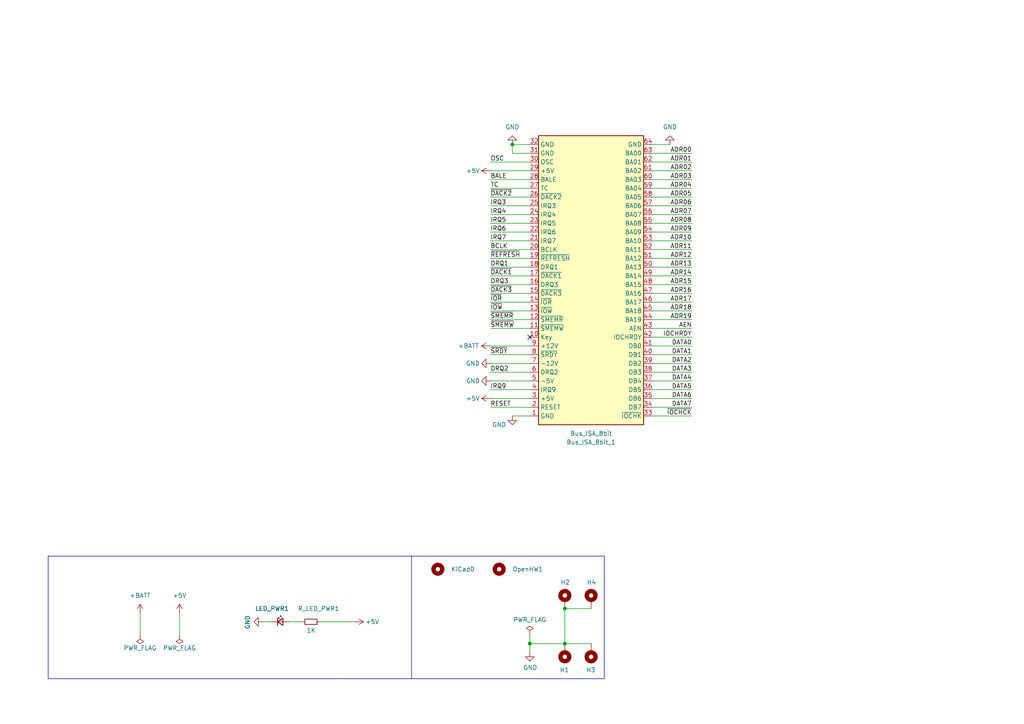
<source format=kicad_sch>
(kicad_sch (version 20230121) (generator eeschema)

  (uuid b26d10c1-0874-459a-80a4-e525262e670c)

  (paper "A4")

  (lib_symbols
    (symbol "Conn_ISA_8bits:Bus_ISA_8bit" (in_bom yes) (on_board yes)
      (property "Reference" "J" (at 0 42.545 0)
        (effects (font (size 1.27 1.27)))
      )
      (property "Value" "Bus_ISA_8bit" (at -1.27 -46.99 0)
        (effects (font (size 1.27 1.27)))
      )
      (property "Footprint" "Conn_ISA_8bits:PinSocket_2x32_P2.54mm_Vertical_TopBottom" (at 1.27 48.26 0)
        (effects (font (size 1.27 1.27)) hide)
      )
      (property "Datasheet" "https://en.wikipedia.org/wiki/Industry_Standard_Architecture" (at 0 52.07 0)
        (effects (font (size 1.27 1.27)) hide)
      )
      (property "ki_keywords" "ISA" (at 0 0 0)
        (effects (font (size 1.27 1.27)) hide)
      )
      (property "ki_description" "8-bit ISA-PC bus connector" (at 0 0 0)
        (effects (font (size 1.27 1.27)) hide)
      )
      (symbol "Bus_ISA_8bit_0_1"
        (rectangle (start -15.24 40.64) (end 15.24 -43.18)
          (stroke (width 0.254) (type default))
          (fill (type background))
        )
      )
      (symbol "Bus_ISA_8bit_1_1"
        (pin power_in line (at -17.78 38.1 0) (length 2.54)
          (name "GND" (effects (font (size 1.27 1.27))))
          (number "1" (effects (font (size 1.27 1.27))))
        )
        (pin no_connect line (at -17.78 15.24 0) (length 2.54)
          (name "Key" (effects (font (size 1.27 1.27))))
          (number "10" (effects (font (size 1.27 1.27))))
        )
        (pin output line (at -17.78 12.7 0) (length 2.54)
          (name "~{SMEMW}" (effects (font (size 1.27 1.27))))
          (number "11" (effects (font (size 1.27 1.27))))
        )
        (pin output line (at -17.78 10.16 0) (length 2.54)
          (name "~{SMEMR}" (effects (font (size 1.27 1.27))))
          (number "12" (effects (font (size 1.27 1.27))))
        )
        (pin output line (at -17.78 7.62 0) (length 2.54)
          (name "~{IOW}" (effects (font (size 1.27 1.27))))
          (number "13" (effects (font (size 1.27 1.27))))
        )
        (pin output line (at -17.78 5.08 0) (length 2.54)
          (name "~{IOR}" (effects (font (size 1.27 1.27))))
          (number "14" (effects (font (size 1.27 1.27))))
        )
        (pin passive line (at -17.78 2.54 0) (length 2.54)
          (name "~{DACK3}" (effects (font (size 1.27 1.27))))
          (number "15" (effects (font (size 1.27 1.27))))
        )
        (pin passive line (at -17.78 0 0) (length 2.54)
          (name "DRQ3" (effects (font (size 1.27 1.27))))
          (number "16" (effects (font (size 1.27 1.27))))
        )
        (pin passive line (at -17.78 -2.54 0) (length 2.54)
          (name "~{DACK1}" (effects (font (size 1.27 1.27))))
          (number "17" (effects (font (size 1.27 1.27))))
        )
        (pin passive line (at -17.78 -5.08 0) (length 2.54)
          (name "DRQ1" (effects (font (size 1.27 1.27))))
          (number "18" (effects (font (size 1.27 1.27))))
        )
        (pin passive line (at -17.78 -7.62 0) (length 2.54)
          (name "~{REFRESH}" (effects (font (size 1.27 1.27))))
          (number "19" (effects (font (size 1.27 1.27))))
        )
        (pin output line (at -17.78 35.56 0) (length 2.54)
          (name "RESET" (effects (font (size 1.27 1.27))))
          (number "2" (effects (font (size 1.27 1.27))))
        )
        (pin output line (at -17.78 -10.16 0) (length 2.54)
          (name "BCLK" (effects (font (size 1.27 1.27))))
          (number "20" (effects (font (size 1.27 1.27))))
        )
        (pin passive line (at -17.78 -12.7 0) (length 2.54)
          (name "IRQ7" (effects (font (size 1.27 1.27))))
          (number "21" (effects (font (size 1.27 1.27))))
        )
        (pin passive line (at -17.78 -15.24 0) (length 2.54)
          (name "IRQ6" (effects (font (size 1.27 1.27))))
          (number "22" (effects (font (size 1.27 1.27))))
        )
        (pin passive line (at -17.78 -17.78 0) (length 2.54)
          (name "IRQ5" (effects (font (size 1.27 1.27))))
          (number "23" (effects (font (size 1.27 1.27))))
        )
        (pin passive line (at -17.78 -20.32 0) (length 2.54)
          (name "IRQ4" (effects (font (size 1.27 1.27))))
          (number "24" (effects (font (size 1.27 1.27))))
        )
        (pin passive line (at -17.78 -22.86 0) (length 2.54)
          (name "IRQ3" (effects (font (size 1.27 1.27))))
          (number "25" (effects (font (size 1.27 1.27))))
        )
        (pin passive line (at -17.78 -25.4 0) (length 2.54)
          (name "~{DACK2}" (effects (font (size 1.27 1.27))))
          (number "26" (effects (font (size 1.27 1.27))))
        )
        (pin passive line (at -17.78 -27.94 0) (length 2.54)
          (name "TC" (effects (font (size 1.27 1.27))))
          (number "27" (effects (font (size 1.27 1.27))))
        )
        (pin output line (at -17.78 -30.48 0) (length 2.54)
          (name "BALE" (effects (font (size 1.27 1.27))))
          (number "28" (effects (font (size 1.27 1.27))))
        )
        (pin power_in line (at -17.78 -33.02 0) (length 2.54)
          (name "+5V" (effects (font (size 1.27 1.27))))
          (number "29" (effects (font (size 1.27 1.27))))
        )
        (pin power_in line (at -17.78 33.02 0) (length 2.54)
          (name "+5V" (effects (font (size 1.27 1.27))))
          (number "3" (effects (font (size 1.27 1.27))))
        )
        (pin output line (at -17.78 -35.56 0) (length 2.54)
          (name "OSC" (effects (font (size 1.27 1.27))))
          (number "30" (effects (font (size 1.27 1.27))))
        )
        (pin power_in line (at -17.78 -38.1 0) (length 2.54)
          (name "GND" (effects (font (size 1.27 1.27))))
          (number "31" (effects (font (size 1.27 1.27))))
        )
        (pin power_in line (at -17.78 -40.64 0) (length 2.54)
          (name "GND" (effects (font (size 1.27 1.27))))
          (number "32" (effects (font (size 1.27 1.27))))
        )
        (pin passive line (at 17.78 38.1 180) (length 2.54)
          (name "~{IOCHK}" (effects (font (size 1.27 1.27))))
          (number "33" (effects (font (size 1.27 1.27))))
        )
        (pin tri_state line (at 17.78 35.56 180) (length 2.54)
          (name "DB7" (effects (font (size 1.27 1.27))))
          (number "34" (effects (font (size 1.27 1.27))))
        )
        (pin tri_state line (at 17.78 33.02 180) (length 2.54)
          (name "DB6" (effects (font (size 1.27 1.27))))
          (number "35" (effects (font (size 1.27 1.27))))
        )
        (pin tri_state line (at 17.78 30.48 180) (length 2.54)
          (name "DB5" (effects (font (size 1.27 1.27))))
          (number "36" (effects (font (size 1.27 1.27))))
        )
        (pin tri_state line (at 17.78 27.94 180) (length 2.54)
          (name "DB4" (effects (font (size 1.27 1.27))))
          (number "37" (effects (font (size 1.27 1.27))))
        )
        (pin tri_state line (at 17.78 25.4 180) (length 2.54)
          (name "DB3" (effects (font (size 1.27 1.27))))
          (number "38" (effects (font (size 1.27 1.27))))
        )
        (pin tri_state line (at 17.78 22.86 180) (length 2.54)
          (name "DB2" (effects (font (size 1.27 1.27))))
          (number "39" (effects (font (size 1.27 1.27))))
        )
        (pin passive line (at -17.78 30.48 0) (length 2.54)
          (name "IRQ9" (effects (font (size 1.27 1.27))))
          (number "4" (effects (font (size 1.27 1.27))))
        )
        (pin tri_state line (at 17.78 20.32 180) (length 2.54)
          (name "DB1" (effects (font (size 1.27 1.27))))
          (number "40" (effects (font (size 1.27 1.27))))
        )
        (pin tri_state line (at 17.78 17.78 180) (length 2.54)
          (name "DB0" (effects (font (size 1.27 1.27))))
          (number "41" (effects (font (size 1.27 1.27))))
        )
        (pin passive line (at 17.78 15.24 180) (length 2.54)
          (name "IOCHRDY" (effects (font (size 1.27 1.27))))
          (number "42" (effects (font (size 1.27 1.27))))
        )
        (pin output line (at 17.78 12.7 180) (length 2.54)
          (name "AEN" (effects (font (size 1.27 1.27))))
          (number "43" (effects (font (size 1.27 1.27))))
        )
        (pin tri_state line (at 17.78 10.16 180) (length 2.54)
          (name "BA19" (effects (font (size 1.27 1.27))))
          (number "44" (effects (font (size 1.27 1.27))))
        )
        (pin tri_state line (at 17.78 7.62 180) (length 2.54)
          (name "BA18" (effects (font (size 1.27 1.27))))
          (number "45" (effects (font (size 1.27 1.27))))
        )
        (pin tri_state line (at 17.78 5.08 180) (length 2.54)
          (name "BA17" (effects (font (size 1.27 1.27))))
          (number "46" (effects (font (size 1.27 1.27))))
        )
        (pin tri_state line (at 17.78 2.54 180) (length 2.54)
          (name "BA16" (effects (font (size 1.27 1.27))))
          (number "47" (effects (font (size 1.27 1.27))))
        )
        (pin tri_state line (at 17.78 0 180) (length 2.54)
          (name "BA15" (effects (font (size 1.27 1.27))))
          (number "48" (effects (font (size 1.27 1.27))))
        )
        (pin tri_state line (at 17.78 -2.54 180) (length 2.54)
          (name "BA14" (effects (font (size 1.27 1.27))))
          (number "49" (effects (font (size 1.27 1.27))))
        )
        (pin power_in line (at -17.78 27.94 0) (length 2.54)
          (name "-5V" (effects (font (size 1.27 1.27))))
          (number "5" (effects (font (size 1.27 1.27))))
        )
        (pin tri_state line (at 17.78 -5.08 180) (length 2.54)
          (name "BA13" (effects (font (size 1.27 1.27))))
          (number "50" (effects (font (size 1.27 1.27))))
        )
        (pin tri_state line (at 17.78 -7.62 180) (length 2.54)
          (name "BA12" (effects (font (size 1.27 1.27))))
          (number "51" (effects (font (size 1.27 1.27))))
        )
        (pin tri_state line (at 17.78 -10.16 180) (length 2.54)
          (name "BA11" (effects (font (size 1.27 1.27))))
          (number "52" (effects (font (size 1.27 1.27))))
        )
        (pin tri_state line (at 17.78 -12.7 180) (length 2.54)
          (name "BA10" (effects (font (size 1.27 1.27))))
          (number "53" (effects (font (size 1.27 1.27))))
        )
        (pin tri_state line (at 17.78 -15.24 180) (length 2.54)
          (name "BA09" (effects (font (size 1.27 1.27))))
          (number "54" (effects (font (size 1.27 1.27))))
        )
        (pin tri_state line (at 17.78 -17.78 180) (length 2.54)
          (name "BA08" (effects (font (size 1.27 1.27))))
          (number "55" (effects (font (size 1.27 1.27))))
        )
        (pin tri_state line (at 17.78 -20.32 180) (length 2.54)
          (name "BA07" (effects (font (size 1.27 1.27))))
          (number "56" (effects (font (size 1.27 1.27))))
        )
        (pin tri_state line (at 17.78 -22.86 180) (length 2.54)
          (name "BA06" (effects (font (size 1.27 1.27))))
          (number "57" (effects (font (size 1.27 1.27))))
        )
        (pin tri_state line (at 17.78 -25.4 180) (length 2.54)
          (name "BA05" (effects (font (size 1.27 1.27))))
          (number "58" (effects (font (size 1.27 1.27))))
        )
        (pin tri_state line (at 17.78 -27.94 180) (length 2.54)
          (name "BA04" (effects (font (size 1.27 1.27))))
          (number "59" (effects (font (size 1.27 1.27))))
        )
        (pin passive line (at -17.78 25.4 0) (length 2.54)
          (name "DRQ2" (effects (font (size 1.27 1.27))))
          (number "6" (effects (font (size 1.27 1.27))))
        )
        (pin tri_state line (at 17.78 -30.48 180) (length 2.54)
          (name "BA03" (effects (font (size 1.27 1.27))))
          (number "60" (effects (font (size 1.27 1.27))))
        )
        (pin tri_state line (at 17.78 -33.02 180) (length 2.54)
          (name "BA02" (effects (font (size 1.27 1.27))))
          (number "61" (effects (font (size 1.27 1.27))))
        )
        (pin tri_state line (at 17.78 -35.56 180) (length 2.54)
          (name "BA01" (effects (font (size 1.27 1.27))))
          (number "62" (effects (font (size 1.27 1.27))))
        )
        (pin tri_state line (at 17.78 -38.1 180) (length 2.54)
          (name "BA00" (effects (font (size 1.27 1.27))))
          (number "63" (effects (font (size 1.27 1.27))))
        )
        (pin power_in line (at 17.78 -40.64 180) (length 2.54)
          (name "GND" (effects (font (size 1.27 1.27))))
          (number "64" (effects (font (size 1.27 1.27))))
        )
        (pin power_in line (at -17.78 22.86 0) (length 2.54)
          (name "-12V" (effects (font (size 1.27 1.27))))
          (number "7" (effects (font (size 1.27 1.27))))
        )
        (pin passive line (at -17.78 20.32 0) (length 2.54)
          (name "~{SRDY}" (effects (font (size 1.27 1.27))))
          (number "8" (effects (font (size 1.27 1.27))))
        )
        (pin power_in line (at -17.78 17.78 0) (length 2.54)
          (name "+12V" (effects (font (size 1.27 1.27))))
          (number "9" (effects (font (size 1.27 1.27))))
        )
      )
    )
    (symbol "Device:LED_Small" (pin_numbers hide) (pin_names (offset 0.254) hide) (in_bom yes) (on_board yes)
      (property "Reference" "D" (at -1.27 3.175 0)
        (effects (font (size 1.27 1.27)) (justify left))
      )
      (property "Value" "LED_Small" (at -4.445 -2.54 0)
        (effects (font (size 1.27 1.27)) (justify left))
      )
      (property "Footprint" "" (at 0 0 90)
        (effects (font (size 1.27 1.27)) hide)
      )
      (property "Datasheet" "~" (at 0 0 90)
        (effects (font (size 1.27 1.27)) hide)
      )
      (property "ki_keywords" "LED diode light-emitting-diode" (at 0 0 0)
        (effects (font (size 1.27 1.27)) hide)
      )
      (property "ki_description" "Light emitting diode, small symbol" (at 0 0 0)
        (effects (font (size 1.27 1.27)) hide)
      )
      (property "ki_fp_filters" "LED* LED_SMD:* LED_THT:*" (at 0 0 0)
        (effects (font (size 1.27 1.27)) hide)
      )
      (symbol "LED_Small_0_1"
        (polyline
          (pts
            (xy -0.762 -1.016)
            (xy -0.762 1.016)
          )
          (stroke (width 0.254) (type default))
          (fill (type none))
        )
        (polyline
          (pts
            (xy 1.016 0)
            (xy -0.762 0)
          )
          (stroke (width 0) (type default))
          (fill (type none))
        )
        (polyline
          (pts
            (xy 0.762 -1.016)
            (xy -0.762 0)
            (xy 0.762 1.016)
            (xy 0.762 -1.016)
          )
          (stroke (width 0.254) (type default))
          (fill (type none))
        )
        (polyline
          (pts
            (xy 0 0.762)
            (xy -0.508 1.27)
            (xy -0.254 1.27)
            (xy -0.508 1.27)
            (xy -0.508 1.016)
          )
          (stroke (width 0) (type default))
          (fill (type none))
        )
        (polyline
          (pts
            (xy 0.508 1.27)
            (xy 0 1.778)
            (xy 0.254 1.778)
            (xy 0 1.778)
            (xy 0 1.524)
          )
          (stroke (width 0) (type default))
          (fill (type none))
        )
      )
      (symbol "LED_Small_1_1"
        (pin passive line (at -2.54 0 0) (length 1.778)
          (name "K" (effects (font (size 1.27 1.27))))
          (number "1" (effects (font (size 1.27 1.27))))
        )
        (pin passive line (at 2.54 0 180) (length 1.778)
          (name "A" (effects (font (size 1.27 1.27))))
          (number "2" (effects (font (size 1.27 1.27))))
        )
      )
    )
    (symbol "Device:R_Small" (pin_numbers hide) (pin_names (offset 0.254) hide) (in_bom yes) (on_board yes)
      (property "Reference" "R" (at 0.762 0.508 0)
        (effects (font (size 1.27 1.27)) (justify left))
      )
      (property "Value" "R_Small" (at 0.762 -1.016 0)
        (effects (font (size 1.27 1.27)) (justify left))
      )
      (property "Footprint" "" (at 0 0 0)
        (effects (font (size 1.27 1.27)) hide)
      )
      (property "Datasheet" "~" (at 0 0 0)
        (effects (font (size 1.27 1.27)) hide)
      )
      (property "ki_keywords" "R resistor" (at 0 0 0)
        (effects (font (size 1.27 1.27)) hide)
      )
      (property "ki_description" "Resistor, small symbol" (at 0 0 0)
        (effects (font (size 1.27 1.27)) hide)
      )
      (property "ki_fp_filters" "R_*" (at 0 0 0)
        (effects (font (size 1.27 1.27)) hide)
      )
      (symbol "R_Small_0_1"
        (rectangle (start -0.762 1.778) (end 0.762 -1.778)
          (stroke (width 0.2032) (type default))
          (fill (type none))
        )
      )
      (symbol "R_Small_1_1"
        (pin passive line (at 0 2.54 270) (length 0.762)
          (name "~" (effects (font (size 1.27 1.27))))
          (number "1" (effects (font (size 1.27 1.27))))
        )
        (pin passive line (at 0 -2.54 90) (length 0.762)
          (name "~" (effects (font (size 1.27 1.27))))
          (number "2" (effects (font (size 1.27 1.27))))
        )
      )
    )
    (symbol "Mechanical:MountingHole" (pin_names (offset 1.016)) (in_bom yes) (on_board yes)
      (property "Reference" "H" (at 0 5.08 0)
        (effects (font (size 1.27 1.27)))
      )
      (property "Value" "MountingHole" (at 0 3.175 0)
        (effects (font (size 1.27 1.27)))
      )
      (property "Footprint" "" (at 0 0 0)
        (effects (font (size 1.27 1.27)) hide)
      )
      (property "Datasheet" "~" (at 0 0 0)
        (effects (font (size 1.27 1.27)) hide)
      )
      (property "ki_keywords" "mounting hole" (at 0 0 0)
        (effects (font (size 1.27 1.27)) hide)
      )
      (property "ki_description" "Mounting Hole without connection" (at 0 0 0)
        (effects (font (size 1.27 1.27)) hide)
      )
      (property "ki_fp_filters" "MountingHole*" (at 0 0 0)
        (effects (font (size 1.27 1.27)) hide)
      )
      (symbol "MountingHole_0_1"
        (circle (center 0 0) (radius 1.27)
          (stroke (width 1.27) (type default))
          (fill (type none))
        )
      )
    )
    (symbol "Mechanical:MountingHole_Pad" (pin_numbers hide) (pin_names (offset 1.016) hide) (in_bom yes) (on_board yes)
      (property "Reference" "H" (at 0 6.35 0)
        (effects (font (size 1.27 1.27)))
      )
      (property "Value" "MountingHole_Pad" (at 0 4.445 0)
        (effects (font (size 1.27 1.27)))
      )
      (property "Footprint" "" (at 0 0 0)
        (effects (font (size 1.27 1.27)) hide)
      )
      (property "Datasheet" "~" (at 0 0 0)
        (effects (font (size 1.27 1.27)) hide)
      )
      (property "ki_keywords" "mounting hole" (at 0 0 0)
        (effects (font (size 1.27 1.27)) hide)
      )
      (property "ki_description" "Mounting Hole with connection" (at 0 0 0)
        (effects (font (size 1.27 1.27)) hide)
      )
      (property "ki_fp_filters" "MountingHole*Pad*" (at 0 0 0)
        (effects (font (size 1.27 1.27)) hide)
      )
      (symbol "MountingHole_Pad_0_1"
        (circle (center 0 1.27) (radius 1.27)
          (stroke (width 1.27) (type default))
          (fill (type none))
        )
      )
      (symbol "MountingHole_Pad_1_1"
        (pin input line (at 0 -2.54 90) (length 2.54)
          (name "1" (effects (font (size 1.27 1.27))))
          (number "1" (effects (font (size 1.27 1.27))))
        )
      )
    )
    (symbol "power:+5V" (power) (pin_names (offset 0)) (in_bom yes) (on_board yes)
      (property "Reference" "#PWR" (at 0 -3.81 0)
        (effects (font (size 1.27 1.27)) hide)
      )
      (property "Value" "+5V" (at 0 3.556 0)
        (effects (font (size 1.27 1.27)))
      )
      (property "Footprint" "" (at 0 0 0)
        (effects (font (size 1.27 1.27)) hide)
      )
      (property "Datasheet" "" (at 0 0 0)
        (effects (font (size 1.27 1.27)) hide)
      )
      (property "ki_keywords" "global power" (at 0 0 0)
        (effects (font (size 1.27 1.27)) hide)
      )
      (property "ki_description" "Power symbol creates a global label with name \"+5V\"" (at 0 0 0)
        (effects (font (size 1.27 1.27)) hide)
      )
      (symbol "+5V_0_1"
        (polyline
          (pts
            (xy -0.762 1.27)
            (xy 0 2.54)
          )
          (stroke (width 0) (type default))
          (fill (type none))
        )
        (polyline
          (pts
            (xy 0 0)
            (xy 0 2.54)
          )
          (stroke (width 0) (type default))
          (fill (type none))
        )
        (polyline
          (pts
            (xy 0 2.54)
            (xy 0.762 1.27)
          )
          (stroke (width 0) (type default))
          (fill (type none))
        )
      )
      (symbol "+5V_1_1"
        (pin power_in line (at 0 0 90) (length 0) hide
          (name "+5V" (effects (font (size 1.27 1.27))))
          (number "1" (effects (font (size 1.27 1.27))))
        )
      )
    )
    (symbol "power:+BATT" (power) (pin_names (offset 0)) (in_bom yes) (on_board yes)
      (property "Reference" "#PWR" (at 0 -3.81 0)
        (effects (font (size 1.27 1.27)) hide)
      )
      (property "Value" "+BATT" (at 0 3.556 0)
        (effects (font (size 1.27 1.27)))
      )
      (property "Footprint" "" (at 0 0 0)
        (effects (font (size 1.27 1.27)) hide)
      )
      (property "Datasheet" "" (at 0 0 0)
        (effects (font (size 1.27 1.27)) hide)
      )
      (property "ki_keywords" "global power battery" (at 0 0 0)
        (effects (font (size 1.27 1.27)) hide)
      )
      (property "ki_description" "Power symbol creates a global label with name \"+BATT\"" (at 0 0 0)
        (effects (font (size 1.27 1.27)) hide)
      )
      (symbol "+BATT_0_1"
        (polyline
          (pts
            (xy -0.762 1.27)
            (xy 0 2.54)
          )
          (stroke (width 0) (type default))
          (fill (type none))
        )
        (polyline
          (pts
            (xy 0 0)
            (xy 0 2.54)
          )
          (stroke (width 0) (type default))
          (fill (type none))
        )
        (polyline
          (pts
            (xy 0 2.54)
            (xy 0.762 1.27)
          )
          (stroke (width 0) (type default))
          (fill (type none))
        )
      )
      (symbol "+BATT_1_1"
        (pin power_in line (at 0 0 90) (length 0) hide
          (name "+BATT" (effects (font (size 1.27 1.27))))
          (number "1" (effects (font (size 1.27 1.27))))
        )
      )
    )
    (symbol "power:GND" (power) (pin_names (offset 0)) (in_bom yes) (on_board yes)
      (property "Reference" "#PWR" (at 0 -6.35 0)
        (effects (font (size 1.27 1.27)) hide)
      )
      (property "Value" "GND" (at 0 -3.81 0)
        (effects (font (size 1.27 1.27)))
      )
      (property "Footprint" "" (at 0 0 0)
        (effects (font (size 1.27 1.27)) hide)
      )
      (property "Datasheet" "" (at 0 0 0)
        (effects (font (size 1.27 1.27)) hide)
      )
      (property "ki_keywords" "global power" (at 0 0 0)
        (effects (font (size 1.27 1.27)) hide)
      )
      (property "ki_description" "Power symbol creates a global label with name \"GND\" , ground" (at 0 0 0)
        (effects (font (size 1.27 1.27)) hide)
      )
      (symbol "GND_0_1"
        (polyline
          (pts
            (xy 0 0)
            (xy 0 -1.27)
            (xy 1.27 -1.27)
            (xy 0 -2.54)
            (xy -1.27 -1.27)
            (xy 0 -1.27)
          )
          (stroke (width 0) (type default))
          (fill (type none))
        )
      )
      (symbol "GND_1_1"
        (pin power_in line (at 0 0 270) (length 0) hide
          (name "GND" (effects (font (size 1.27 1.27))))
          (number "1" (effects (font (size 1.27 1.27))))
        )
      )
    )
    (symbol "power:PWR_FLAG" (power) (pin_numbers hide) (pin_names (offset 0) hide) (in_bom yes) (on_board yes)
      (property "Reference" "#FLG" (at 0 1.905 0)
        (effects (font (size 1.27 1.27)) hide)
      )
      (property "Value" "PWR_FLAG" (at 0 3.81 0)
        (effects (font (size 1.27 1.27)))
      )
      (property "Footprint" "" (at 0 0 0)
        (effects (font (size 1.27 1.27)) hide)
      )
      (property "Datasheet" "~" (at 0 0 0)
        (effects (font (size 1.27 1.27)) hide)
      )
      (property "ki_keywords" "flag power" (at 0 0 0)
        (effects (font (size 1.27 1.27)) hide)
      )
      (property "ki_description" "Special symbol for telling ERC where power comes from" (at 0 0 0)
        (effects (font (size 1.27 1.27)) hide)
      )
      (symbol "PWR_FLAG_0_0"
        (pin power_out line (at 0 0 90) (length 0)
          (name "pwr" (effects (font (size 1.27 1.27))))
          (number "1" (effects (font (size 1.27 1.27))))
        )
      )
      (symbol "PWR_FLAG_0_1"
        (polyline
          (pts
            (xy 0 0)
            (xy 0 1.27)
            (xy -1.016 1.905)
            (xy 0 2.54)
            (xy 1.016 1.905)
            (xy 0 1.27)
          )
          (stroke (width 0) (type default))
          (fill (type none))
        )
      )
    )
  )

  (junction (at 148.59 41.91) (diameter 0) (color 0 0 0 0)
    (uuid 0b2ba144-5d44-47d9-ad82-59367ccfd35c)
  )
  (junction (at 163.83 186.69) (diameter 0) (color 0 0 0 0)
    (uuid 2135ce01-b8dd-44e8-bebc-879f2270b621)
  )
  (junction (at 153.67 186.69) (diameter 0) (color 0 0 0 0)
    (uuid c34e67f3-e92f-48d8-b5b9-1f61bfbff029)
  )
  (junction (at 163.83 176.53) (diameter 0) (color 0 0 0 0)
    (uuid d52383f9-a675-4aca-9f79-eba21f0b1c6b)
  )

  (no_connect (at 153.67 97.79) (uuid 794df398-2e18-4556-8119-9f800a9c457e))

  (wire (pts (xy 194.31 41.91) (xy 189.23 41.91))
    (stroke (width 0) (type default))
    (uuid 0006a270-6b57-412b-8f2c-42910e999de8)
  )
  (wire (pts (xy 142.24 92.71) (xy 153.67 92.71))
    (stroke (width 0) (type default))
    (uuid 0298f80e-b5f8-418e-9ec7-c266a621af04)
  )
  (wire (pts (xy 200.66 44.45) (xy 189.23 44.45))
    (stroke (width 0) (type default))
    (uuid 0451efde-ed78-423e-a74a-3687c108fe0d)
  )
  (wire (pts (xy 189.23 118.11) (xy 200.66 118.11))
    (stroke (width 0) (type default))
    (uuid 05668e76-a0cb-49c7-aa61-1342466ce392)
  )
  (wire (pts (xy 153.67 186.69) (xy 163.83 186.69))
    (stroke (width 0) (type default))
    (uuid 06369cd4-69f0-4a79-9ab6-335d33abf233)
  )
  (wire (pts (xy 189.23 102.87) (xy 200.66 102.87))
    (stroke (width 0) (type default))
    (uuid 138bb6a1-dfec-4200-9fe5-d55118f98991)
  )
  (wire (pts (xy 189.23 113.03) (xy 200.66 113.03))
    (stroke (width 0) (type default))
    (uuid 13dcc491-dde6-47dc-b5ac-d0eae8c9a937)
  )
  (wire (pts (xy 142.24 90.17) (xy 153.67 90.17))
    (stroke (width 0) (type default))
    (uuid 14a5954e-2646-44bf-beb7-361887c00dbf)
  )
  (wire (pts (xy 200.66 120.65) (xy 189.23 120.65))
    (stroke (width 0) (type default))
    (uuid 152589d1-4d98-4a8c-8fc8-13543cc9b200)
  )
  (wire (pts (xy 148.59 44.45) (xy 148.59 41.91))
    (stroke (width 0) (type default))
    (uuid 18f53ce2-74f9-4723-8c3f-32671d47e633)
  )
  (polyline (pts (xy 119.38 161.29) (xy 175.26 161.29))
    (stroke (width 0) (type default))
    (uuid 1ad766ee-0758-41f2-80d2-eb65f60f4933)
  )

  (wire (pts (xy 142.24 62.23) (xy 153.67 62.23))
    (stroke (width 0) (type default))
    (uuid 23dc35fe-a7aa-4857-a44c-1ffd00751ae1)
  )
  (wire (pts (xy 200.66 97.79) (xy 189.23 97.79))
    (stroke (width 0) (type default))
    (uuid 32972ee0-7c7e-4569-b101-cf318ffe2784)
  )
  (wire (pts (xy 200.66 67.31) (xy 189.23 67.31))
    (stroke (width 0) (type default))
    (uuid 329eae6b-f225-43dd-b64d-1d83ac61f43f)
  )
  (wire (pts (xy 200.66 92.71) (xy 189.23 92.71))
    (stroke (width 0) (type default))
    (uuid 32a65b51-e1c7-4fbc-be80-4be983971ef6)
  )
  (wire (pts (xy 189.23 57.15) (xy 200.66 57.15))
    (stroke (width 0) (type default))
    (uuid 33f95c55-3b25-471a-88df-b42cbabceb75)
  )
  (wire (pts (xy 40.64 177.8) (xy 40.64 184.15))
    (stroke (width 0) (type default))
    (uuid 405c42ce-020f-4a50-8e6e-859e5061fc87)
  )
  (wire (pts (xy 142.24 72.39) (xy 153.67 72.39))
    (stroke (width 0) (type default))
    (uuid 41361328-f6c6-4e80-b45a-6f8039d2a7d4)
  )
  (wire (pts (xy 200.66 90.17) (xy 189.23 90.17))
    (stroke (width 0) (type default))
    (uuid 4424773f-abe2-4e03-a952-8ff086a6551b)
  )
  (polyline (pts (xy 13.97 161.29) (xy 13.97 196.85))
    (stroke (width 0) (type default))
    (uuid 493c0dd5-382e-4fd0-a910-5496d595dc5f)
  )
  (polyline (pts (xy 119.38 161.29) (xy 119.38 196.85))
    (stroke (width 0) (type default))
    (uuid 49445e0e-6f79-44ec-b534-f76c219cf38b)
  )

  (wire (pts (xy 153.67 184.15) (xy 153.67 186.69))
    (stroke (width 0) (type default))
    (uuid 4d2b81b1-dc1b-41d9-8d3d-ab0a6b9b1639)
  )
  (wire (pts (xy 142.24 59.69) (xy 153.67 59.69))
    (stroke (width 0) (type default))
    (uuid 4d39e48d-61dc-452b-92c7-a47fab637169)
  )
  (wire (pts (xy 153.67 41.91) (xy 148.59 41.91))
    (stroke (width 0) (type default))
    (uuid 56db4799-11b3-493a-9861-19ec8f5375a0)
  )
  (polyline (pts (xy 119.38 196.85) (xy 175.26 196.85))
    (stroke (width 0) (type default))
    (uuid 5b412533-3628-4bab-95bf-8bc352e3ae39)
  )

  (wire (pts (xy 200.66 69.85) (xy 189.23 69.85))
    (stroke (width 0) (type default))
    (uuid 61c49562-303b-401e-bb26-ad448a426e51)
  )
  (wire (pts (xy 189.23 105.41) (xy 200.66 105.41))
    (stroke (width 0) (type default))
    (uuid 6494b68f-0706-4e1b-be14-11ed1cbeb861)
  )
  (wire (pts (xy 142.24 52.07) (xy 153.67 52.07))
    (stroke (width 0) (type default))
    (uuid 68791349-812d-45b6-8522-3aeebeb68a34)
  )
  (wire (pts (xy 142.24 67.31) (xy 153.67 67.31))
    (stroke (width 0) (type default))
    (uuid 6b9c4455-f4e7-4131-9e65-e20cf76a2661)
  )
  (wire (pts (xy 200.66 64.77) (xy 189.23 64.77))
    (stroke (width 0) (type default))
    (uuid 6ce00370-6b02-4225-be84-dec95beb605a)
  )
  (wire (pts (xy 200.66 74.93) (xy 189.23 74.93))
    (stroke (width 0) (type default))
    (uuid 6ea5ea0b-8bb3-43b7-bd3a-b4fd22ddb2c7)
  )
  (wire (pts (xy 142.24 82.55) (xy 153.67 82.55))
    (stroke (width 0) (type default))
    (uuid 6eb01cf5-0372-46a7-8e69-cbfe278d3107)
  )
  (wire (pts (xy 189.23 107.95) (xy 200.66 107.95))
    (stroke (width 0) (type default))
    (uuid 70911c19-310b-4b3b-af50-54adcc551f51)
  )
  (wire (pts (xy 189.23 115.57) (xy 200.66 115.57))
    (stroke (width 0) (type default))
    (uuid 73e3b749-b861-4561-a2d2-eb35ae887d95)
  )
  (wire (pts (xy 142.24 100.33) (xy 153.67 100.33))
    (stroke (width 0) (type default))
    (uuid 7585ef67-51ba-46fe-b5ee-8e1ca2fcf0f8)
  )
  (wire (pts (xy 142.24 105.41) (xy 153.67 105.41))
    (stroke (width 0) (type default))
    (uuid 7a35acee-c0a6-4be2-97cc-b9555c7eb837)
  )
  (wire (pts (xy 200.66 87.63) (xy 189.23 87.63))
    (stroke (width 0) (type default))
    (uuid 7d91c38d-b28b-4c4e-9bf9-e40c1689380f)
  )
  (wire (pts (xy 200.66 80.01) (xy 189.23 80.01))
    (stroke (width 0) (type default))
    (uuid 80ca6e80-0d8a-4ae0-b87b-d06d34a16148)
  )
  (polyline (pts (xy 13.97 161.29) (xy 119.38 161.29))
    (stroke (width 0) (type default))
    (uuid 819c2eae-28e6-440e-a576-c37701cc911b)
  )

  (wire (pts (xy 142.24 80.01) (xy 153.67 80.01))
    (stroke (width 0) (type default))
    (uuid 86f8a19a-cab5-4db2-92da-00bf3f051c89)
  )
  (wire (pts (xy 142.24 115.57) (xy 153.67 115.57))
    (stroke (width 0) (type default))
    (uuid 8f52eb51-811e-4615-8b85-573a938e4fca)
  )
  (wire (pts (xy 189.23 110.49) (xy 200.66 110.49))
    (stroke (width 0) (type default))
    (uuid 94b707e3-d0df-413a-bb4c-ba25836c1ef2)
  )
  (wire (pts (xy 142.24 95.25) (xy 153.67 95.25))
    (stroke (width 0) (type default))
    (uuid 95a8a470-9ec3-4dab-aa6d-ed0edb8c8397)
  )
  (wire (pts (xy 200.66 59.69) (xy 189.23 59.69))
    (stroke (width 0) (type default))
    (uuid 95be8584-0e98-48b9-80b0-c2168d0f44ec)
  )
  (wire (pts (xy 142.24 110.49) (xy 153.67 110.49))
    (stroke (width 0) (type default))
    (uuid 9d94026a-3298-4830-91cd-9a2dca51b70c)
  )
  (wire (pts (xy 142.24 107.95) (xy 153.67 107.95))
    (stroke (width 0) (type default))
    (uuid 9e86cd65-9887-452e-84c9-7b9daf29dc43)
  )
  (wire (pts (xy 142.24 57.15) (xy 153.67 57.15))
    (stroke (width 0) (type default))
    (uuid a036ae33-d1ae-48a7-a961-7fdef842e41e)
  )
  (wire (pts (xy 142.24 87.63) (xy 153.67 87.63))
    (stroke (width 0) (type default))
    (uuid a0eac88e-033b-4e8d-9754-731809bd1ca1)
  )
  (wire (pts (xy 171.45 176.53) (xy 163.83 176.53))
    (stroke (width 0) (type default))
    (uuid a636b58f-8c42-47c8-bde9-8dbb8fd3e1c0)
  )
  (wire (pts (xy 142.24 118.11) (xy 153.67 118.11))
    (stroke (width 0) (type default))
    (uuid a6980dbe-4ba9-494e-af1c-e76662e83b20)
  )
  (wire (pts (xy 200.66 77.47) (xy 189.23 77.47))
    (stroke (width 0) (type default))
    (uuid a7c535eb-30eb-4378-a686-e642a09efdf9)
  )
  (wire (pts (xy 142.24 69.85) (xy 153.67 69.85))
    (stroke (width 0) (type default))
    (uuid a89c635c-46bc-4902-b432-6d5c305ef9af)
  )
  (wire (pts (xy 92.71 180.34) (xy 102.87 180.34))
    (stroke (width 0) (type default))
    (uuid ab11d837-f297-493b-8fcd-8daec76225a3)
  )
  (wire (pts (xy 153.67 186.69) (xy 153.67 189.23))
    (stroke (width 0) (type default))
    (uuid ac7b2a0e-1431-42bf-9f61-c34c020313ac)
  )
  (polyline (pts (xy 97.79 196.85) (xy 13.97 196.85))
    (stroke (width 0) (type default))
    (uuid af290d59-0024-4480-a782-7089aefdf796)
  )

  (wire (pts (xy 200.66 82.55) (xy 189.23 82.55))
    (stroke (width 0) (type default))
    (uuid b4d8662f-e942-4e57-9f2a-5a2770231f23)
  )
  (wire (pts (xy 52.07 177.8) (xy 52.07 184.15))
    (stroke (width 0) (type default))
    (uuid b920e04f-9dd4-44c9-82c8-33f816993c8c)
  )
  (wire (pts (xy 189.23 100.33) (xy 200.66 100.33))
    (stroke (width 0) (type default))
    (uuid bc1d4c94-2769-4e45-a28e-03a1ecf8a735)
  )
  (wire (pts (xy 142.24 102.87) (xy 153.67 102.87))
    (stroke (width 0) (type default))
    (uuid bc7ce331-dc19-4e26-9fed-a8ed2b899dfb)
  )
  (wire (pts (xy 142.24 64.77) (xy 153.67 64.77))
    (stroke (width 0) (type default))
    (uuid bdcd4b25-f075-4059-9585-a60f1422e58b)
  )
  (wire (pts (xy 142.24 54.61) (xy 153.67 54.61))
    (stroke (width 0) (type default))
    (uuid beec9534-530c-42cf-bdb5-896b5fb89ec9)
  )
  (wire (pts (xy 153.67 120.65) (xy 148.59 120.65))
    (stroke (width 0) (type default))
    (uuid c76092d3-15cf-4874-bbae-dfcd808fe9d0)
  )
  (wire (pts (xy 189.23 62.23) (xy 200.66 62.23))
    (stroke (width 0) (type default))
    (uuid c7fa7501-cb37-4319-953e-d45c25c30057)
  )
  (wire (pts (xy 200.66 49.53) (xy 189.23 49.53))
    (stroke (width 0) (type default))
    (uuid c87939cb-afb9-469d-a99e-0f5a9f5d8026)
  )
  (wire (pts (xy 142.24 46.99) (xy 153.67 46.99))
    (stroke (width 0) (type default))
    (uuid cbc9607d-c85a-4d77-bb81-d7e42d1d1a42)
  )
  (wire (pts (xy 200.66 95.25) (xy 189.23 95.25))
    (stroke (width 0) (type default))
    (uuid cefb36c4-6036-4761-ac25-315fcb2a8466)
  )
  (wire (pts (xy 142.24 85.09) (xy 153.67 85.09))
    (stroke (width 0) (type default))
    (uuid cf2a167b-495d-4d8d-abd0-bebb2d797ad6)
  )
  (wire (pts (xy 200.66 72.39) (xy 189.23 72.39))
    (stroke (width 0) (type default))
    (uuid d58040fb-6eef-46a0-bdfc-2fdefd4a3767)
  )
  (wire (pts (xy 171.45 186.69) (xy 163.83 186.69))
    (stroke (width 0) (type default))
    (uuid d942ce4d-d2fd-4789-a3e9-ff80c77f1f87)
  )
  (wire (pts (xy 189.23 52.07) (xy 200.66 52.07))
    (stroke (width 0) (type default))
    (uuid dac13190-b38a-468c-a00e-bc4a73db4769)
  )
  (wire (pts (xy 142.24 74.93) (xy 153.67 74.93))
    (stroke (width 0) (type default))
    (uuid dbeba642-2e8e-484a-8449-00f3a3ec0760)
  )
  (polyline (pts (xy 175.26 196.85) (xy 175.26 161.29))
    (stroke (width 0) (type default))
    (uuid dca371e7-bf20-4303-801b-94b53fd424bc)
  )

  (wire (pts (xy 76.2 180.34) (xy 78.74 180.34))
    (stroke (width 0) (type default))
    (uuid deaad9ff-afeb-4d1d-89c6-a9fb7b874daa)
  )
  (wire (pts (xy 200.66 54.61) (xy 189.23 54.61))
    (stroke (width 0) (type default))
    (uuid e0a9bdfd-78f8-46b1-89c9-232e7ccd49b1)
  )
  (wire (pts (xy 83.82 180.34) (xy 87.63 180.34))
    (stroke (width 0) (type default))
    (uuid e35ec1ab-fdac-4908-b175-dabfcdb582b7)
  )
  (wire (pts (xy 153.67 44.45) (xy 148.59 44.45))
    (stroke (width 0) (type default))
    (uuid e8435f55-931e-4aaf-af62-6f18e847ff2b)
  )
  (wire (pts (xy 189.23 46.99) (xy 200.66 46.99))
    (stroke (width 0) (type default))
    (uuid ecd2a0ac-9d89-4c42-8629-f8aa3528801f)
  )
  (wire (pts (xy 163.83 176.53) (xy 163.83 186.69))
    (stroke (width 0) (type default))
    (uuid f63d924b-4787-4e0b-8ab2-9070730b2bb8)
  )
  (polyline (pts (xy 97.79 196.85) (xy 119.38 196.85))
    (stroke (width 0) (type default))
    (uuid f75a1202-bb97-4556-9b42-a8d5f299dcde)
  )

  (wire (pts (xy 200.66 85.09) (xy 189.23 85.09))
    (stroke (width 0) (type default))
    (uuid f780c121-709e-4c8e-bebd-79d9c4346227)
  )
  (wire (pts (xy 142.24 113.03) (xy 153.67 113.03))
    (stroke (width 0) (type default))
    (uuid f8b97fc6-8d05-48e5-ad30-d36e30daecfb)
  )
  (wire (pts (xy 142.24 77.47) (xy 153.67 77.47))
    (stroke (width 0) (type default))
    (uuid fd33fc99-e629-42d3-9928-bea053dac9e0)
  )
  (wire (pts (xy 142.24 49.53) (xy 153.67 49.53))
    (stroke (width 0) (type default))
    (uuid fd3c3f8e-e37c-4a3e-855d-d77bf7b57e82)
  )

  (label "DRQ1" (at 142.24 77.47 0) (fields_autoplaced)
    (effects (font (size 1.27 1.27)) (justify left bottom))
    (uuid 014f8fa4-4021-4e69-986e-36215887cba2)
  )
  (label "ADR13" (at 200.66 77.47 180) (fields_autoplaced)
    (effects (font (size 1.27 1.27)) (justify right bottom))
    (uuid 0dcc4af3-9f05-46c9-a7d3-fb83c600413d)
  )
  (label "~{IOW}" (at 142.24 90.17 0) (fields_autoplaced)
    (effects (font (size 1.27 1.27)) (justify left bottom))
    (uuid 14b51e00-2483-4f9e-959a-99968ed39de3)
  )
  (label "~{IOR}" (at 142.24 87.63 0) (fields_autoplaced)
    (effects (font (size 1.27 1.27)) (justify left bottom))
    (uuid 1d93d13a-f2b0-498f-9f8e-881dd0fe484e)
  )
  (label "IRQ3" (at 142.24 59.69 0) (fields_autoplaced)
    (effects (font (size 1.27 1.27)) (justify left bottom))
    (uuid 24863268-8007-4252-9ed0-5c153894e0b5)
  )
  (label "ADR07" (at 200.66 62.23 180) (fields_autoplaced)
    (effects (font (size 1.27 1.27)) (justify right bottom))
    (uuid 279d9070-3695-4228-8895-628563e0fa7d)
  )
  (label "ADR18" (at 200.66 90.17 180) (fields_autoplaced)
    (effects (font (size 1.27 1.27)) (justify right bottom))
    (uuid 2a71ee4f-eea8-4779-9003-4ef12c7c08ae)
  )
  (label "DATA5" (at 200.66 113.03 180) (fields_autoplaced)
    (effects (font (size 1.27 1.27)) (justify right bottom))
    (uuid 2ee3d227-871e-4c4e-b577-7ddf81c081a0)
  )
  (label "DATA4" (at 200.66 110.49 180) (fields_autoplaced)
    (effects (font (size 1.27 1.27)) (justify right bottom))
    (uuid 34106cf8-30d6-43ae-bb8d-890578fbe5fe)
  )
  (label "ADR00" (at 200.66 44.45 180) (fields_autoplaced)
    (effects (font (size 1.27 1.27)) (justify right bottom))
    (uuid 3b06b4f0-675d-4974-8330-3b58640d2e9b)
  )
  (label "ADR09" (at 200.66 67.31 180) (fields_autoplaced)
    (effects (font (size 1.27 1.27)) (justify right bottom))
    (uuid 3c0c6e77-b8de-4f22-a747-227d98d00487)
  )
  (label "~{SMEMR}" (at 142.24 92.71 0) (fields_autoplaced)
    (effects (font (size 1.27 1.27)) (justify left bottom))
    (uuid 42746d97-c8e7-4e0b-bfcf-3920715861e6)
  )
  (label "DRQ2" (at 142.24 107.95 0) (fields_autoplaced)
    (effects (font (size 1.27 1.27)) (justify left bottom))
    (uuid 433a6f03-0b78-4868-a64e-ec029ac4dff2)
  )
  (label "ADR17" (at 200.66 87.63 180) (fields_autoplaced)
    (effects (font (size 1.27 1.27)) (justify right bottom))
    (uuid 491c20b7-d431-4b78-9f68-eda83c07ddd9)
  )
  (label "ADR06" (at 200.66 59.69 180) (fields_autoplaced)
    (effects (font (size 1.27 1.27)) (justify right bottom))
    (uuid 498c91ff-2f1d-4adc-abff-26ee1db63dc4)
  )
  (label "~{DACK2}" (at 142.24 57.15 0) (fields_autoplaced)
    (effects (font (size 1.27 1.27)) (justify left bottom))
    (uuid 549b4b0f-c53d-4ba1-891d-b4903192db7a)
  )
  (label "ADR16" (at 200.66 85.09 180) (fields_autoplaced)
    (effects (font (size 1.27 1.27)) (justify right bottom))
    (uuid 550f274d-8752-4fa6-9c2e-c0aafa0cf5e9)
  )
  (label "DATA0" (at 200.66 100.33 180) (fields_autoplaced)
    (effects (font (size 1.27 1.27)) (justify right bottom))
    (uuid 55b733a2-1de1-4497-8fe0-f98a2d87d723)
  )
  (label "IRQ6" (at 142.24 67.31 0) (fields_autoplaced)
    (effects (font (size 1.27 1.27)) (justify left bottom))
    (uuid 5f04c1d9-0c68-40ee-ac53-26353225e074)
  )
  (label "DATA1" (at 200.66 102.87 180) (fields_autoplaced)
    (effects (font (size 1.27 1.27)) (justify right bottom))
    (uuid 666bd497-b539-4780-bee7-e4eab1cc9ce0)
  )
  (label "OSC" (at 142.24 46.99 0) (fields_autoplaced)
    (effects (font (size 1.27 1.27)) (justify left bottom))
    (uuid 6d7a70fe-925b-42eb-9211-8c517b31a9ee)
  )
  (label "ADR04" (at 200.66 54.61 180) (fields_autoplaced)
    (effects (font (size 1.27 1.27)) (justify right bottom))
    (uuid 6e51dab9-6a68-4644-b7ad-16b32c4f7cec)
  )
  (label "ADR01" (at 200.66 46.99 180) (fields_autoplaced)
    (effects (font (size 1.27 1.27)) (justify right bottom))
    (uuid 6f8326be-05c8-425a-a707-cffa8f53b4e8)
  )
  (label "~{DACK3}" (at 142.24 85.09 0) (fields_autoplaced)
    (effects (font (size 1.27 1.27)) (justify left bottom))
    (uuid 71211cfe-4c41-40cb-947a-5a430796ef71)
  )
  (label "RESET" (at 142.24 118.11 0) (fields_autoplaced)
    (effects (font (size 1.27 1.27)) (justify left bottom))
    (uuid 71de0e70-d6a8-49d1-bd4e-3829102ece0e)
  )
  (label "ADR14" (at 200.66 80.01 180) (fields_autoplaced)
    (effects (font (size 1.27 1.27)) (justify right bottom))
    (uuid 745c68ca-a5b2-43cb-8d01-455015d7d6cc)
  )
  (label "ADR03" (at 200.66 52.07 180) (fields_autoplaced)
    (effects (font (size 1.27 1.27)) (justify right bottom))
    (uuid 7e1f9e34-c277-4965-b89f-907a24b6a25b)
  )
  (label "BCLK" (at 142.24 72.39 0) (fields_autoplaced)
    (effects (font (size 1.27 1.27)) (justify left bottom))
    (uuid 83239a89-1d32-4394-b5d3-7ebd81e0f9ce)
  )
  (label "ADR10" (at 200.66 69.85 180) (fields_autoplaced)
    (effects (font (size 1.27 1.27)) (justify right bottom))
    (uuid 84be2373-85d0-4902-9ccb-f50fe08bdf34)
  )
  (label "ADR05" (at 200.66 57.15 180) (fields_autoplaced)
    (effects (font (size 1.27 1.27)) (justify right bottom))
    (uuid 8ccc096d-38ed-459d-9709-4026c173b0e2)
  )
  (label "ADR19" (at 200.66 92.71 180) (fields_autoplaced)
    (effects (font (size 1.27 1.27)) (justify right bottom))
    (uuid 955bc250-4397-4a81-a061-aa57de902845)
  )
  (label "ADR02" (at 200.66 49.53 180) (fields_autoplaced)
    (effects (font (size 1.27 1.27)) (justify right bottom))
    (uuid 97938611-17e4-4336-843b-2817716841da)
  )
  (label "DRQ3" (at 142.24 82.55 0) (fields_autoplaced)
    (effects (font (size 1.27 1.27)) (justify left bottom))
    (uuid 99d8a49c-d388-4cc9-9a6d-e82b6bfcccc2)
  )
  (label "~{SMEMW}" (at 142.24 95.25 0) (fields_autoplaced)
    (effects (font (size 1.27 1.27)) (justify left bottom))
    (uuid 9fbc98f6-94fb-42f1-aa38-e1509982031d)
  )
  (label "DATA2" (at 200.66 105.41 180) (fields_autoplaced)
    (effects (font (size 1.27 1.27)) (justify right bottom))
    (uuid a2f46853-85e6-419c-bdf6-ff32efc0a4fc)
  )
  (label "~{DACK1}" (at 142.24 80.01 0) (fields_autoplaced)
    (effects (font (size 1.27 1.27)) (justify left bottom))
    (uuid a4705c62-2832-4c4c-84ca-f8f826e9a6ce)
  )
  (label "IRQ9" (at 142.24 113.03 0) (fields_autoplaced)
    (effects (font (size 1.27 1.27)) (justify left bottom))
    (uuid a6bcb171-bde0-45a1-9314-2837c881be0a)
  )
  (label "IRQ4" (at 142.24 62.23 0) (fields_autoplaced)
    (effects (font (size 1.27 1.27)) (justify left bottom))
    (uuid a8d771e6-53b4-4fb6-945f-590aa75cc0c1)
  )
  (label "IOCHRDY" (at 200.66 97.79 180) (fields_autoplaced)
    (effects (font (size 1.27 1.27)) (justify right bottom))
    (uuid af4d3c74-a575-4b10-ab01-a8f6cbe9fe9a)
  )
  (label "DATA3" (at 200.66 107.95 180) (fields_autoplaced)
    (effects (font (size 1.27 1.27)) (justify right bottom))
    (uuid af5fea6a-c18e-4936-93d3-8847918fa233)
  )
  (label "DATA7" (at 200.66 118.11 180) (fields_autoplaced)
    (effects (font (size 1.27 1.27)) (justify right bottom))
    (uuid b03158b4-f209-409b-935d-5ed9b1b14952)
  )
  (label "~{IOCHCK}" (at 200.66 120.65 180) (fields_autoplaced)
    (effects (font (size 1.27 1.27)) (justify right bottom))
    (uuid b06d514d-b1f6-4ed4-9cbe-3b4d09378a3d)
  )
  (label "IRQ5" (at 142.24 64.77 0) (fields_autoplaced)
    (effects (font (size 1.27 1.27)) (justify left bottom))
    (uuid b7980d44-b9dd-4bf5-8073-05f4af85909f)
  )
  (label "DATA6" (at 200.66 115.57 180) (fields_autoplaced)
    (effects (font (size 1.27 1.27)) (justify right bottom))
    (uuid b9687997-542d-4ef4-b322-451c2301efbc)
  )
  (label "AEN" (at 200.66 95.25 180) (fields_autoplaced)
    (effects (font (size 1.27 1.27)) (justify right bottom))
    (uuid bcabc398-2283-4eb1-9d2d-b23d6ddf15fb)
  )
  (label "~{SRDY}" (at 142.24 102.87 0) (fields_autoplaced)
    (effects (font (size 1.27 1.27)) (justify left bottom))
    (uuid c1a6b1fb-6e46-4adf-b6c7-2802e056cffd)
  )
  (label "TC" (at 142.24 54.61 0) (fields_autoplaced)
    (effects (font (size 1.27 1.27)) (justify left bottom))
    (uuid c537a00e-99bb-4759-a03f-b13c871eb639)
  )
  (label "ADR08" (at 200.66 64.77 180) (fields_autoplaced)
    (effects (font (size 1.27 1.27)) (justify right bottom))
    (uuid c6f16128-08cb-495e-b1ba-0a739f92f9a2)
  )
  (label "BALE" (at 142.24 52.07 0) (fields_autoplaced)
    (effects (font (size 1.27 1.27)) (justify left bottom))
    (uuid c7bc057f-1462-4253-bbe8-f6f5c6c8d5b2)
  )
  (label "ADR12" (at 200.66 74.93 180) (fields_autoplaced)
    (effects (font (size 1.27 1.27)) (justify right bottom))
    (uuid de0523ff-a5c6-4428-8dc3-3484dbf2658f)
  )
  (label "IRQ7" (at 142.24 69.85 0) (fields_autoplaced)
    (effects (font (size 1.27 1.27)) (justify left bottom))
    (uuid e08faad0-ecfb-4b23-861f-783d097d309d)
  )
  (label "~{REFRESH}" (at 142.24 74.93 0) (fields_autoplaced)
    (effects (font (size 1.27 1.27)) (justify left bottom))
    (uuid f4ced416-b8b4-41bf-92ed-e4057df2d8f2)
  )
  (label "ADR15" (at 200.66 82.55 180) (fields_autoplaced)
    (effects (font (size 1.27 1.27)) (justify right bottom))
    (uuid fc09df93-49fe-4796-9ee8-029e0a2d9200)
  )
  (label "ADR11" (at 200.66 72.39 180) (fields_autoplaced)
    (effects (font (size 1.27 1.27)) (justify right bottom))
    (uuid fce94e1e-f1c7-416f-aaa5-be75153ef88c)
  )

  (symbol (lib_id "Device:LED_Small") (at 81.28 180.34 0) (unit 1)
    (in_bom yes) (on_board yes) (dnp no)
    (uuid 0bcc854a-c538-4683-a5aa-0fabe73b0abf)
    (property "Reference" "LED_PWR1" (at 83.82 176.53 0)
      (effects (font (size 1.27 1.27)) (justify right))
    )
    (property "Value" "LED" (at 80.0101 181.61 0)
      (effects (font (size 1.27 1.27)) (justify right) hide)
    )
    (property "Footprint" "LED_SMD:LED_1210_3225Metric_Pad1.42x2.65mm_HandSolder" (at 81.28 180.34 90)
      (effects (font (size 1.27 1.27)) hide)
    )
    (property "Datasheet" "~" (at 81.28 180.34 90)
      (effects (font (size 1.27 1.27)) hide)
    )
    (pin "1" (uuid 435fa3d8-d447-4551-ad39-8bab75457345))
    (pin "2" (uuid b2a51b7d-fba7-40ce-9b07-5a8cd9d92ce1))
    (instances
      (project "PC104_ISA_8bits"
        (path "/b26d10c1-0874-459a-80a4-e525262e670c"
          (reference "LED_PWR1") (unit 1)
        )
      )
    )
  )

  (symbol (lib_id "power:GND") (at 153.67 189.23 0) (unit 1)
    (in_bom yes) (on_board yes) (dnp no)
    (uuid 11081459-cd41-48e1-8c63-efd6f2d2a734)
    (property "Reference" "#PWR0109" (at 153.67 195.58 0)
      (effects (font (size 1.27 1.27)) hide)
    )
    (property "Value" "GND" (at 153.797 193.6242 0)
      (effects (font (size 1.27 1.27)))
    )
    (property "Footprint" "" (at 153.67 189.23 0)
      (effects (font (size 1.27 1.27)) hide)
    )
    (property "Datasheet" "" (at 153.67 189.23 0)
      (effects (font (size 1.27 1.27)) hide)
    )
    (pin "1" (uuid 09c9eaf9-c533-4026-87ee-acd43bd88ede))
    (instances
      (project "PC104_ISA_8bits"
        (path "/b26d10c1-0874-459a-80a4-e525262e670c"
          (reference "#PWR0109") (unit 1)
        )
      )
    )
  )

  (symbol (lib_id "Mechanical:MountingHole_Pad") (at 163.83 189.23 180) (unit 1)
    (in_bom yes) (on_board yes) (dnp no)
    (uuid 142a8888-a686-4219-bf11-d33551d163bf)
    (property "Reference" "H1" (at 165.1 194.31 0)
      (effects (font (size 1.27 1.27)) (justify left))
    )
    (property "Value" "MountingHole_Pad" (at 177.8 195.58 0)
      (effects (font (size 1.27 1.27)) (justify left) hide)
    )
    (property "Footprint" "MountingHole:MountingHole_3.2mm_M3_Pad_Via" (at 163.83 189.23 0)
      (effects (font (size 1.27 1.27)) hide)
    )
    (property "Datasheet" "~" (at 163.83 189.23 0)
      (effects (font (size 1.27 1.27)) hide)
    )
    (pin "1" (uuid f65aae2f-8dd7-40b8-95d2-041b9640cc3c))
    (instances
      (project "PC104_ISA_8bits"
        (path "/b26d10c1-0874-459a-80a4-e525262e670c"
          (reference "H1") (unit 1)
        )
      )
    )
  )

  (symbol (lib_id "power:PWR_FLAG") (at 153.67 184.15 0) (unit 1)
    (in_bom yes) (on_board yes) (dnp no)
    (uuid 1f7d3344-9f11-4918-8eab-6cd22f4df52b)
    (property "Reference" "#FLG0101" (at 153.67 182.245 0)
      (effects (font (size 1.27 1.27)) hide)
    )
    (property "Value" "PWR_FLAG" (at 153.67 179.7558 0)
      (effects (font (size 1.27 1.27)))
    )
    (property "Footprint" "" (at 153.67 184.15 0)
      (effects (font (size 1.27 1.27)) hide)
    )
    (property "Datasheet" "~" (at 153.67 184.15 0)
      (effects (font (size 1.27 1.27)) hide)
    )
    (pin "1" (uuid 6479600c-7ecb-4658-bbf7-096d214a1ea6))
    (instances
      (project "PC104_ISA_8bits"
        (path "/b26d10c1-0874-459a-80a4-e525262e670c"
          (reference "#FLG0101") (unit 1)
        )
      )
    )
  )

  (symbol (lib_id "power:GND") (at 142.24 105.41 270) (mirror x) (unit 1)
    (in_bom yes) (on_board yes) (dnp no)
    (uuid 2a1611c3-20e0-4434-81a5-d4929742ce44)
    (property "Reference" "#PWR0106" (at 135.89 105.41 0)
      (effects (font (size 1.27 1.27)) hide)
    )
    (property "Value" "GND" (at 137.16 105.41 90)
      (effects (font (size 1.27 1.27)))
    )
    (property "Footprint" "" (at 142.24 105.41 0)
      (effects (font (size 1.27 1.27)) hide)
    )
    (property "Datasheet" "" (at 142.24 105.41 0)
      (effects (font (size 1.27 1.27)) hide)
    )
    (pin "1" (uuid fb75edff-71c3-46aa-8a41-9f3d0e3597fa))
    (instances
      (project "PC104_ISA_8bits"
        (path "/b26d10c1-0874-459a-80a4-e525262e670c"
          (reference "#PWR0106") (unit 1)
        )
      )
    )
  )

  (symbol (lib_id "Mechanical:MountingHole") (at 127 165.1 0) (unit 1)
    (in_bom yes) (on_board yes) (dnp no)
    (uuid 3478445b-9a2b-4f9a-8b3e-fbf23cf990f1)
    (property "Reference" "KiCad0" (at 130.81 165.1 0)
      (effects (font (size 1.27 1.27)) (justify left))
    )
    (property "Value" "MountingHole" (at 129.54 166.3699 0)
      (effects (font (size 1.27 1.27)) (justify left) hide)
    )
    (property "Footprint" "Symbol:KiCad-Logo2_5mm_SilkScreen" (at 127 165.1 0)
      (effects (font (size 1.27 1.27)) hide)
    )
    (property "Datasheet" "~" (at 127 165.1 0)
      (effects (font (size 1.27 1.27)) hide)
    )
    (instances
      (project "PC104_ISA_8bits"
        (path "/b26d10c1-0874-459a-80a4-e525262e670c"
          (reference "KiCad0") (unit 1)
        )
      )
    )
  )

  (symbol (lib_id "power:+5V") (at 142.24 49.53 90) (unit 1)
    (in_bom yes) (on_board yes) (dnp no)
    (uuid 44f22969-29b4-4361-b7a3-7e2350581e3e)
    (property "Reference" "#PWR0108" (at 146.05 49.53 0)
      (effects (font (size 1.27 1.27)) hide)
    )
    (property "Value" "+5V" (at 137.16 49.53 90)
      (effects (font (size 1.27 1.27)))
    )
    (property "Footprint" "" (at 142.24 49.53 0)
      (effects (font (size 1.27 1.27)) hide)
    )
    (property "Datasheet" "" (at 142.24 49.53 0)
      (effects (font (size 1.27 1.27)) hide)
    )
    (pin "1" (uuid 5b7f2799-4084-4362-8da5-df09c069cf4f))
    (instances
      (project "PC104_ISA_8bits"
        (path "/b26d10c1-0874-459a-80a4-e525262e670c"
          (reference "#PWR0108") (unit 1)
        )
      )
    )
  )

  (symbol (lib_id "Conn_ISA_8bits:Bus_ISA_8bit") (at 171.45 82.55 0) (mirror x) (unit 1)
    (in_bom yes) (on_board yes) (dnp no) (fields_autoplaced)
    (uuid 456c694a-19fb-4a32-b951-18c4d2e92e21)
    (property "Reference" "Bus_ISA_8bit_1" (at 171.45 128.27 0)
      (effects (font (size 1.27 1.27)))
    )
    (property "Value" "Bus_ISA_8bit" (at 171.45 125.73 0)
      (effects (font (size 1.27 1.27)))
    )
    (property "Footprint" "Connector_PinSocket_2.54mm:PinSocket_2x32_P2.54mm_Vertical" (at 172.72 130.81 0)
      (effects (font (size 1.27 1.27)) hide)
    )
    (property "Datasheet" "https://en.wikipedia.org/wiki/Industry_Standard_Architecture" (at 171.45 134.62 0)
      (effects (font (size 1.27 1.27)) hide)
    )
    (pin "1" (uuid 9dadd373-b5eb-4e21-b870-14887fd4e580))
    (pin "10" (uuid 9f27c5b5-91e6-42de-9d68-f76013351fec))
    (pin "11" (uuid f33de301-066c-4371-9c90-0223fdc1d17f))
    (pin "12" (uuid baa68bff-2969-4009-97d7-2f9983ec3337))
    (pin "13" (uuid 9c593b2a-ddf5-4800-97e0-07820887b277))
    (pin "14" (uuid 0855be9a-9db1-4c0f-a967-fb7869d30974))
    (pin "15" (uuid 74715986-f9e6-404c-a85e-b8668aef77cf))
    (pin "16" (uuid 4674b7fa-43eb-4503-ac13-ada44031d6b8))
    (pin "17" (uuid 1f5dcaad-4be8-48da-ab1f-61d40c56c9da))
    (pin "18" (uuid ede186d6-d8b6-4165-9b5c-25c0c49b28d6))
    (pin "19" (uuid 54c67da0-c7e3-46ea-bb36-fa38518161b6))
    (pin "2" (uuid 5988930f-9de3-4655-a0b0-a397c31dd0a0))
    (pin "20" (uuid ebce9a6e-5c3c-4b51-8618-2d808eec1bee))
    (pin "21" (uuid bcd05031-bf44-469d-80ae-5d1027bd10fa))
    (pin "22" (uuid 20fbe7ce-c2fb-4500-ace8-a578db374bcf))
    (pin "23" (uuid d78ac1f7-3619-4f13-a9ae-42f565fa235e))
    (pin "24" (uuid b2d0cb90-2063-405f-a0a3-eff632c8752f))
    (pin "25" (uuid 9366104d-a1d7-48e4-9136-b8bd9cb82e42))
    (pin "26" (uuid 5677f39d-473f-4f0b-b8dd-468803b895d3))
    (pin "27" (uuid 06896e03-74f2-4d44-a0b1-a8e76256dadf))
    (pin "28" (uuid b217640e-5f3d-4f8d-b341-a335c8b8567e))
    (pin "29" (uuid 490415b4-27cc-4092-8d9f-767f796b1890))
    (pin "3" (uuid dfcedc6b-a321-4c85-86ba-a95c34c54633))
    (pin "30" (uuid 9e255970-e5c1-4dbb-b1a4-a5bccbd9880c))
    (pin "31" (uuid 9270d0fb-a17a-4384-b36f-27943aed9d55))
    (pin "32" (uuid a9424fef-73c2-4f34-8517-65d638613ffd))
    (pin "33" (uuid d543bb87-f743-4ab4-8365-58da6ea33a6e))
    (pin "34" (uuid 919aaf48-7ca7-4987-be1c-17f270501c77))
    (pin "35" (uuid 03671016-25ed-470a-813d-e42c4588ce18))
    (pin "36" (uuid 80c130eb-6fd9-4dee-8cad-4aea44c14666))
    (pin "37" (uuid a487cfc5-e606-4f7c-82b0-eb99fe913111))
    (pin "38" (uuid 25c06685-f452-4be9-8c46-b0517e11d2b9))
    (pin "39" (uuid 561b427a-6be4-4ba9-99ba-243ea1da537c))
    (pin "4" (uuid 6e424978-6f89-444c-b6cc-6f542b911ada))
    (pin "40" (uuid 48b2d6db-0522-414c-b28b-9a7a11be40d8))
    (pin "41" (uuid bb1957a7-3564-4f3c-8c8e-5e8410df6ec2))
    (pin "42" (uuid 4195dd7c-2d8b-4ac7-ba77-af5651cfc125))
    (pin "43" (uuid 1b4bfc47-fe05-4511-9f9b-18604105d7e8))
    (pin "44" (uuid 3c6e6dc6-6aad-421b-b3e7-f9f9ebab82cf))
    (pin "45" (uuid 6c23a280-c8a7-4721-8f75-0d679dd7c0ef))
    (pin "46" (uuid dab88cb5-8c7a-4c15-931b-6c861f245791))
    (pin "47" (uuid 028d75f7-4d55-47fa-a8b3-2ea861a53e0b))
    (pin "48" (uuid eba0ec3a-3b4c-40ed-a95c-33f1392e091c))
    (pin "49" (uuid b73a2239-1909-4b56-9a75-c218c9a3f449))
    (pin "5" (uuid 4f50d92d-4cda-4628-98fd-64f9cd56e749))
    (pin "50" (uuid 33fd63eb-f580-47e9-b6f4-827b75ff758e))
    (pin "51" (uuid 366ae9f4-632e-444c-a0f2-756194ca8ce7))
    (pin "52" (uuid 6a272f1f-b385-4749-b339-26f1eb635342))
    (pin "53" (uuid 10fc9bfb-dc8e-44e3-b530-fd0eedcc6375))
    (pin "54" (uuid b7ebdb97-c96d-48f5-b55a-50b9f852df36))
    (pin "55" (uuid e8fb8800-d481-47b1-aee4-6ec4ca263f54))
    (pin "56" (uuid acbaa715-7563-4158-8d58-7c17e01dba33))
    (pin "57" (uuid 7cfabf64-8b3a-4067-a331-797222210736))
    (pin "58" (uuid 44f98f15-8177-44eb-929f-ff51dc1a5997))
    (pin "59" (uuid b9ae1930-9cc5-4f19-91e9-0f173c551016))
    (pin "6" (uuid abeafb6a-c14f-4a63-8f22-b7c864b39557))
    (pin "60" (uuid 3fd4d8cc-a5fd-4046-876d-cab8723aaa3b))
    (pin "61" (uuid 7a993383-e9dd-49b0-9309-a2c6d1705f78))
    (pin "62" (uuid 4ad30f8c-d051-4c70-a6fa-0a89238dcca1))
    (pin "63" (uuid f39825f3-ae5c-4f2b-9a39-3a2d9c80d742))
    (pin "64" (uuid 7174d473-d8ed-4397-a760-525e5ae7354e))
    (pin "7" (uuid d1624658-0bde-4c63-b5c7-6570993a9715))
    (pin "8" (uuid dafc917d-8a21-4ce6-b1ac-b47cb2e62d08))
    (pin "9" (uuid ada8e284-228d-4510-907c-ffed23100aca))
    (instances
      (project "PC104_ISA_8bits"
        (path "/b26d10c1-0874-459a-80a4-e525262e670c"
          (reference "Bus_ISA_8bit_1") (unit 1)
        )
      )
    )
  )

  (symbol (lib_id "power:+BATT") (at 40.64 177.8 0) (unit 1)
    (in_bom yes) (on_board yes) (dnp no) (fields_autoplaced)
    (uuid 463597cf-87fd-436e-b41a-9f03f63cd147)
    (property "Reference" "#PWR0110" (at 40.64 181.61 0)
      (effects (font (size 1.27 1.27)) hide)
    )
    (property "Value" "+BATT" (at 40.64 172.72 0)
      (effects (font (size 1.27 1.27)))
    )
    (property "Footprint" "" (at 40.64 177.8 0)
      (effects (font (size 1.27 1.27)) hide)
    )
    (property "Datasheet" "" (at 40.64 177.8 0)
      (effects (font (size 1.27 1.27)) hide)
    )
    (pin "1" (uuid 6e581e84-4ec2-4ff7-8d73-4440428fb316))
    (instances
      (project "PC104_ISA_8bits"
        (path "/b26d10c1-0874-459a-80a4-e525262e670c"
          (reference "#PWR0110") (unit 1)
        )
      )
    )
  )

  (symbol (lib_id "power:PWR_FLAG") (at 40.64 184.15 180) (unit 1)
    (in_bom yes) (on_board yes) (dnp no)
    (uuid 521b98fa-6dee-4b7b-ab1a-06dd9d46f0c4)
    (property "Reference" "#FLG0102" (at 40.64 186.055 0)
      (effects (font (size 1.27 1.27)) hide)
    )
    (property "Value" "PWR_FLAG" (at 40.64 187.96 0)
      (effects (font (size 1.27 1.27)))
    )
    (property "Footprint" "" (at 40.64 184.15 0)
      (effects (font (size 1.27 1.27)) hide)
    )
    (property "Datasheet" "~" (at 40.64 184.15 0)
      (effects (font (size 1.27 1.27)) hide)
    )
    (pin "1" (uuid d4bdc113-4696-4e4c-a23f-9fad41086ba6))
    (instances
      (project "PC104_ISA_8bits"
        (path "/b26d10c1-0874-459a-80a4-e525262e670c"
          (reference "#FLG0102") (unit 1)
        )
      )
    )
  )

  (symbol (lib_id "power:PWR_FLAG") (at 52.07 184.15 180) (unit 1)
    (in_bom yes) (on_board yes) (dnp no)
    (uuid 5a4f3624-b4ef-4d33-bd1e-2d7f58c95503)
    (property "Reference" "#FLG0103" (at 52.07 186.055 0)
      (effects (font (size 1.27 1.27)) hide)
    )
    (property "Value" "PWR_FLAG" (at 52.07 187.96 0)
      (effects (font (size 1.27 1.27)))
    )
    (property "Footprint" "" (at 52.07 184.15 0)
      (effects (font (size 1.27 1.27)) hide)
    )
    (property "Datasheet" "~" (at 52.07 184.15 0)
      (effects (font (size 1.27 1.27)) hide)
    )
    (pin "1" (uuid e880c991-6ca5-4b7b-b0cf-3a433f4794a9))
    (instances
      (project "PC104_ISA_8bits"
        (path "/b26d10c1-0874-459a-80a4-e525262e670c"
          (reference "#FLG0103") (unit 1)
        )
      )
    )
  )

  (symbol (lib_id "power:+5V") (at 142.24 115.57 90) (unit 1)
    (in_bom yes) (on_board yes) (dnp no)
    (uuid 5ae7d2d7-0909-440f-9b0d-938d2086cb7e)
    (property "Reference" "#PWR0113" (at 146.05 115.57 0)
      (effects (font (size 1.27 1.27)) hide)
    )
    (property "Value" "+5V" (at 137.16 115.57 90)
      (effects (font (size 1.27 1.27)))
    )
    (property "Footprint" "" (at 142.24 115.57 0)
      (effects (font (size 1.27 1.27)) hide)
    )
    (property "Datasheet" "" (at 142.24 115.57 0)
      (effects (font (size 1.27 1.27)) hide)
    )
    (pin "1" (uuid a9a95fe2-ad2b-43bb-9f88-91e23132885c))
    (instances
      (project "PC104_ISA_8bits"
        (path "/b26d10c1-0874-459a-80a4-e525262e670c"
          (reference "#PWR0113") (unit 1)
        )
      )
    )
  )

  (symbol (lib_id "power:GND") (at 148.59 120.65 0) (unit 1)
    (in_bom yes) (on_board yes) (dnp no)
    (uuid 6ebca870-1f09-4a40-b055-49aa522ad42d)
    (property "Reference" "#PWR0112" (at 148.59 127 0)
      (effects (font (size 1.27 1.27)) hide)
    )
    (property "Value" "GND" (at 144.78 123.19 0)
      (effects (font (size 1.27 1.27)))
    )
    (property "Footprint" "" (at 148.59 120.65 0)
      (effects (font (size 1.27 1.27)) hide)
    )
    (property "Datasheet" "" (at 148.59 120.65 0)
      (effects (font (size 1.27 1.27)) hide)
    )
    (pin "1" (uuid dd191d3f-b1a3-49a8-96ee-e3aa9da1e921))
    (instances
      (project "PC104_ISA_8bits"
        (path "/b26d10c1-0874-459a-80a4-e525262e670c"
          (reference "#PWR0112") (unit 1)
        )
      )
    )
  )

  (symbol (lib_id "power:GND") (at 148.59 41.91 180) (unit 1)
    (in_bom yes) (on_board yes) (dnp no)
    (uuid 73166b6b-7581-4ef5-adc1-a1c5bb4abeb8)
    (property "Reference" "#PWR0103" (at 148.59 35.56 0)
      (effects (font (size 1.27 1.27)) hide)
    )
    (property "Value" "GND" (at 148.59 36.83 0)
      (effects (font (size 1.27 1.27)))
    )
    (property "Footprint" "" (at 148.59 41.91 0)
      (effects (font (size 1.27 1.27)) hide)
    )
    (property "Datasheet" "" (at 148.59 41.91 0)
      (effects (font (size 1.27 1.27)) hide)
    )
    (pin "1" (uuid 9a66aea5-20c3-451b-aa57-4a28a817b49e))
    (instances
      (project "PC104_ISA_8bits"
        (path "/b26d10c1-0874-459a-80a4-e525262e670c"
          (reference "#PWR0103") (unit 1)
        )
      )
    )
  )

  (symbol (lib_id "Mechanical:MountingHole_Pad") (at 171.45 189.23 180) (unit 1)
    (in_bom yes) (on_board yes) (dnp no)
    (uuid 87e5c540-bd63-4243-a6fb-beed1e7755d1)
    (property "Reference" "H3" (at 172.72 194.31 0)
      (effects (font (size 1.27 1.27)) (justify left))
    )
    (property "Value" "MountingHole_Pad" (at 176.53 195.58 0)
      (effects (font (size 1.27 1.27)) (justify left) hide)
    )
    (property "Footprint" "MountingHole:MountingHole_3.2mm_M3_DIN965_Pad" (at 171.45 189.23 0)
      (effects (font (size 1.27 1.27)) hide)
    )
    (property "Datasheet" "~" (at 171.45 189.23 0)
      (effects (font (size 1.27 1.27)) hide)
    )
    (pin "1" (uuid c4b79f0c-7891-4f64-8308-7fecdce0606f))
    (instances
      (project "PC104_ISA_8bits"
        (path "/b26d10c1-0874-459a-80a4-e525262e670c"
          (reference "H3") (unit 1)
        )
      )
    )
  )

  (symbol (lib_id "power:+5V") (at 52.07 177.8 0) (unit 1)
    (in_bom yes) (on_board yes) (dnp no)
    (uuid 8cca5a79-10c5-4e6d-bd9b-886ce157ace2)
    (property "Reference" "#PWR0111" (at 52.07 181.61 0)
      (effects (font (size 1.27 1.27)) hide)
    )
    (property "Value" "+5V" (at 52.07 172.72 0)
      (effects (font (size 1.27 1.27)))
    )
    (property "Footprint" "" (at 52.07 177.8 0)
      (effects (font (size 1.27 1.27)) hide)
    )
    (property "Datasheet" "" (at 52.07 177.8 0)
      (effects (font (size 1.27 1.27)) hide)
    )
    (pin "1" (uuid 07bfd465-5296-4e82-abe6-b32340e65692))
    (instances
      (project "PC104_ISA_8bits"
        (path "/b26d10c1-0874-459a-80a4-e525262e670c"
          (reference "#PWR0111") (unit 1)
        )
      )
    )
  )

  (symbol (lib_id "Device:R_Small") (at 90.17 180.34 270) (unit 1)
    (in_bom yes) (on_board yes) (dnp no)
    (uuid a634e5fc-5cc0-45a1-bc93-4f3571e9090d)
    (property "Reference" "R_LED_PWR1" (at 86.36 176.53 90)
      (effects (font (size 1.27 1.27)) (justify left))
    )
    (property "Value" "1K" (at 88.9 182.88 90)
      (effects (font (size 1.27 1.27)) (justify left))
    )
    (property "Footprint" "Resistor_SMD:R_1210_3225Metric_Pad1.30x2.65mm_HandSolder" (at 90.17 180.34 0)
      (effects (font (size 1.27 1.27)) hide)
    )
    (property "Datasheet" "~" (at 90.17 180.34 0)
      (effects (font (size 1.27 1.27)) hide)
    )
    (pin "1" (uuid 15d8abd1-0855-47dd-95f4-9c2c94fce071))
    (pin "2" (uuid f0a980c8-9595-4eef-a7dc-50ac9f8ea75f))
    (instances
      (project "PC104_ISA_8bits"
        (path "/b26d10c1-0874-459a-80a4-e525262e670c"
          (reference "R_LED_PWR1") (unit 1)
        )
      )
    )
  )

  (symbol (lib_id "power:+BATT") (at 142.24 100.33 90) (unit 1)
    (in_bom yes) (on_board yes) (dnp no)
    (uuid bbeaa337-36e8-438b-a740-fbb4e1f4e4d6)
    (property "Reference" "#PWR0104" (at 146.05 100.33 0)
      (effects (font (size 1.27 1.27)) hide)
    )
    (property "Value" "+BATT" (at 135.89 100.33 90)
      (effects (font (size 1.27 1.27)))
    )
    (property "Footprint" "" (at 142.24 100.33 0)
      (effects (font (size 1.27 1.27)) hide)
    )
    (property "Datasheet" "" (at 142.24 100.33 0)
      (effects (font (size 1.27 1.27)) hide)
    )
    (pin "1" (uuid f59f03a2-d2b3-49f4-8602-e199731d0898))
    (instances
      (project "PC104_ISA_8bits"
        (path "/b26d10c1-0874-459a-80a4-e525262e670c"
          (reference "#PWR0104") (unit 1)
        )
      )
    )
  )

  (symbol (lib_id "power:+5V") (at 102.87 180.34 270) (unit 1)
    (in_bom yes) (on_board yes) (dnp no)
    (uuid d1821ede-1718-46d9-ad84-0956c693a104)
    (property "Reference" "#PWR0101" (at 99.06 180.34 0)
      (effects (font (size 1.27 1.27)) hide)
    )
    (property "Value" "+5V" (at 107.95 180.34 90)
      (effects (font (size 1.27 1.27)))
    )
    (property "Footprint" "" (at 102.87 180.34 0)
      (effects (font (size 1.27 1.27)) hide)
    )
    (property "Datasheet" "" (at 102.87 180.34 0)
      (effects (font (size 1.27 1.27)) hide)
    )
    (pin "1" (uuid 1e02b7be-2836-4477-8a23-590ae940e5d3))
    (instances
      (project "PC104_ISA_8bits"
        (path "/b26d10c1-0874-459a-80a4-e525262e670c"
          (reference "#PWR0101") (unit 1)
        )
      )
    )
  )

  (symbol (lib_id "Mechanical:MountingHole") (at 144.78 165.1 0) (unit 1)
    (in_bom yes) (on_board yes) (dnp no)
    (uuid e14833a0-4668-42e8-b3f5-f0c7a59225b9)
    (property "Reference" "OpenHW1" (at 148.59 165.1 0)
      (effects (font (size 1.27 1.27)) (justify left))
    )
    (property "Value" "MountingHole" (at 147.32 166.3699 0)
      (effects (font (size 1.27 1.27)) (justify left) hide)
    )
    (property "Footprint" "Symbol:OSHW-Logo2_7.3x6mm_SilkScreen" (at 144.78 165.1 0)
      (effects (font (size 1.27 1.27)) hide)
    )
    (property "Datasheet" "~" (at 144.78 165.1 0)
      (effects (font (size 1.27 1.27)) hide)
    )
    (instances
      (project "PC104_ISA_8bits"
        (path "/b26d10c1-0874-459a-80a4-e525262e670c"
          (reference "OpenHW1") (unit 1)
        )
      )
    )
  )

  (symbol (lib_id "Mechanical:MountingHole_Pad") (at 171.45 173.99 0) (unit 1)
    (in_bom yes) (on_board yes) (dnp no)
    (uuid e51ca0b1-f17f-40fc-a030-623c737fa996)
    (property "Reference" "H4" (at 170.18 168.91 0)
      (effects (font (size 1.27 1.27)) (justify left))
    )
    (property "Value" "MountingHole_Pad" (at 166.37 167.64 0)
      (effects (font (size 1.27 1.27)) (justify left) hide)
    )
    (property "Footprint" "MountingHole:MountingHole_3.2mm_M3_DIN965_Pad" (at 171.45 173.99 0)
      (effects (font (size 1.27 1.27)) hide)
    )
    (property "Datasheet" "~" (at 171.45 173.99 0)
      (effects (font (size 1.27 1.27)) hide)
    )
    (pin "1" (uuid 7e7f9cc5-aa9b-4102-be34-97ff291e8196))
    (instances
      (project "PC104_ISA_8bits"
        (path "/b26d10c1-0874-459a-80a4-e525262e670c"
          (reference "H4") (unit 1)
        )
      )
    )
  )

  (symbol (lib_id "power:GND") (at 142.24 110.49 270) (mirror x) (unit 1)
    (in_bom yes) (on_board yes) (dnp no)
    (uuid e6a35606-9ceb-4daa-9380-0fc68bb64210)
    (property "Reference" "#PWR0105" (at 135.89 110.49 0)
      (effects (font (size 1.27 1.27)) hide)
    )
    (property "Value" "GND" (at 137.16 110.49 90)
      (effects (font (size 1.27 1.27)))
    )
    (property "Footprint" "" (at 142.24 110.49 0)
      (effects (font (size 1.27 1.27)) hide)
    )
    (property "Datasheet" "" (at 142.24 110.49 0)
      (effects (font (size 1.27 1.27)) hide)
    )
    (pin "1" (uuid eeb8a9cb-eb2a-40a6-b950-ebabcd7c55d0))
    (instances
      (project "PC104_ISA_8bits"
        (path "/b26d10c1-0874-459a-80a4-e525262e670c"
          (reference "#PWR0105") (unit 1)
        )
      )
    )
  )

  (symbol (lib_id "power:GND") (at 194.31 41.91 180) (unit 1)
    (in_bom yes) (on_board yes) (dnp no)
    (uuid e72f35dd-133f-4979-8fc6-ceeb13b6031b)
    (property "Reference" "#PWR0107" (at 194.31 35.56 0)
      (effects (font (size 1.27 1.27)) hide)
    )
    (property "Value" "GND" (at 194.31 36.83 0)
      (effects (font (size 1.27 1.27)))
    )
    (property "Footprint" "" (at 194.31 41.91 0)
      (effects (font (size 1.27 1.27)) hide)
    )
    (property "Datasheet" "" (at 194.31 41.91 0)
      (effects (font (size 1.27 1.27)) hide)
    )
    (pin "1" (uuid 816c392d-609b-43d1-ac79-0deb12837292))
    (instances
      (project "PC104_ISA_8bits"
        (path "/b26d10c1-0874-459a-80a4-e525262e670c"
          (reference "#PWR0107") (unit 1)
        )
      )
    )
  )

  (symbol (lib_id "Mechanical:MountingHole_Pad") (at 163.83 173.99 0) (unit 1)
    (in_bom yes) (on_board yes) (dnp no)
    (uuid ec50caf3-3964-42b0-8d52-f2901864527a)
    (property "Reference" "H2" (at 162.56 168.91 0)
      (effects (font (size 1.27 1.27)) (justify left))
    )
    (property "Value" "MountingHole_Pad" (at 158.75 167.64 0)
      (effects (font (size 1.27 1.27)) (justify left) hide)
    )
    (property "Footprint" "MountingHole:MountingHole_3.2mm_M3_Pad_Via" (at 163.83 173.99 0)
      (effects (font (size 1.27 1.27)) hide)
    )
    (property "Datasheet" "~" (at 163.83 173.99 0)
      (effects (font (size 1.27 1.27)) hide)
    )
    (pin "1" (uuid 959b5bff-3afd-4e0c-8115-f3ab51d6edfe))
    (instances
      (project "PC104_ISA_8bits"
        (path "/b26d10c1-0874-459a-80a4-e525262e670c"
          (reference "H2") (unit 1)
        )
      )
    )
  )

  (symbol (lib_id "power:GND") (at 76.2 180.34 270) (unit 1)
    (in_bom yes) (on_board yes) (dnp no)
    (uuid ff49a28e-4c59-4cbb-a9c1-76ff90aeafbd)
    (property "Reference" "#PWR0102" (at 69.85 180.34 0)
      (effects (font (size 1.27 1.27)) hide)
    )
    (property "Value" "GND" (at 71.8058 180.467 0)
      (effects (font (size 1.27 1.27)))
    )
    (property "Footprint" "" (at 76.2 180.34 0)
      (effects (font (size 1.27 1.27)) hide)
    )
    (property "Datasheet" "" (at 76.2 180.34 0)
      (effects (font (size 1.27 1.27)) hide)
    )
    (pin "1" (uuid 47997802-190d-4402-8f49-3a71525d755b))
    (instances
      (project "PC104_ISA_8bits"
        (path "/b26d10c1-0874-459a-80a4-e525262e670c"
          (reference "#PWR0102") (unit 1)
        )
      )
    )
  )

  (sheet_instances
    (path "/" (page "1"))
  )
)

</source>
